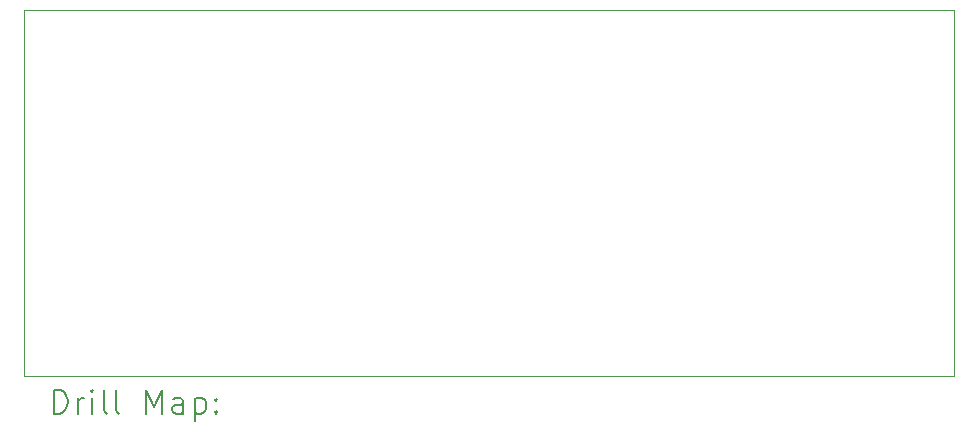
<source format=gbr>
%TF.GenerationSoftware,KiCad,Pcbnew,8.0.4*%
%TF.CreationDate,2024-09-09T14:33:11-07:00*%
%TF.ProjectId,Top_Board,546f705f-426f-4617-9264-2e6b69636164,0*%
%TF.SameCoordinates,Original*%
%TF.FileFunction,Drillmap*%
%TF.FilePolarity,Positive*%
%FSLAX45Y45*%
G04 Gerber Fmt 4.5, Leading zero omitted, Abs format (unit mm)*
G04 Created by KiCad (PCBNEW 8.0.4) date 2024-09-09 14:33:11*
%MOMM*%
%LPD*%
G01*
G04 APERTURE LIST*
%ADD10C,0.100000*%
%ADD11C,0.200000*%
G04 APERTURE END LIST*
D10*
X11315922Y-7873955D02*
X19189922Y-7873955D01*
X19189922Y-10972800D01*
X11315922Y-10972800D01*
X11315922Y-7873955D01*
D11*
X11571699Y-11289284D02*
X11571699Y-11089284D01*
X11571699Y-11089284D02*
X11619318Y-11089284D01*
X11619318Y-11089284D02*
X11647889Y-11098808D01*
X11647889Y-11098808D02*
X11666937Y-11117855D01*
X11666937Y-11117855D02*
X11676460Y-11136903D01*
X11676460Y-11136903D02*
X11685984Y-11174998D01*
X11685984Y-11174998D02*
X11685984Y-11203569D01*
X11685984Y-11203569D02*
X11676460Y-11241665D01*
X11676460Y-11241665D02*
X11666937Y-11260712D01*
X11666937Y-11260712D02*
X11647889Y-11279760D01*
X11647889Y-11279760D02*
X11619318Y-11289284D01*
X11619318Y-11289284D02*
X11571699Y-11289284D01*
X11771699Y-11289284D02*
X11771699Y-11155950D01*
X11771699Y-11194046D02*
X11781222Y-11174998D01*
X11781222Y-11174998D02*
X11790746Y-11165474D01*
X11790746Y-11165474D02*
X11809794Y-11155950D01*
X11809794Y-11155950D02*
X11828841Y-11155950D01*
X11895508Y-11289284D02*
X11895508Y-11155950D01*
X11895508Y-11089284D02*
X11885984Y-11098808D01*
X11885984Y-11098808D02*
X11895508Y-11108331D01*
X11895508Y-11108331D02*
X11905032Y-11098808D01*
X11905032Y-11098808D02*
X11895508Y-11089284D01*
X11895508Y-11089284D02*
X11895508Y-11108331D01*
X12019318Y-11289284D02*
X12000270Y-11279760D01*
X12000270Y-11279760D02*
X11990746Y-11260712D01*
X11990746Y-11260712D02*
X11990746Y-11089284D01*
X12124079Y-11289284D02*
X12105032Y-11279760D01*
X12105032Y-11279760D02*
X12095508Y-11260712D01*
X12095508Y-11260712D02*
X12095508Y-11089284D01*
X12352651Y-11289284D02*
X12352651Y-11089284D01*
X12352651Y-11089284D02*
X12419318Y-11232141D01*
X12419318Y-11232141D02*
X12485984Y-11089284D01*
X12485984Y-11089284D02*
X12485984Y-11289284D01*
X12666937Y-11289284D02*
X12666937Y-11184522D01*
X12666937Y-11184522D02*
X12657413Y-11165474D01*
X12657413Y-11165474D02*
X12638365Y-11155950D01*
X12638365Y-11155950D02*
X12600270Y-11155950D01*
X12600270Y-11155950D02*
X12581222Y-11165474D01*
X12666937Y-11279760D02*
X12647889Y-11289284D01*
X12647889Y-11289284D02*
X12600270Y-11289284D01*
X12600270Y-11289284D02*
X12581222Y-11279760D01*
X12581222Y-11279760D02*
X12571699Y-11260712D01*
X12571699Y-11260712D02*
X12571699Y-11241665D01*
X12571699Y-11241665D02*
X12581222Y-11222617D01*
X12581222Y-11222617D02*
X12600270Y-11213093D01*
X12600270Y-11213093D02*
X12647889Y-11213093D01*
X12647889Y-11213093D02*
X12666937Y-11203569D01*
X12762175Y-11155950D02*
X12762175Y-11355950D01*
X12762175Y-11165474D02*
X12781222Y-11155950D01*
X12781222Y-11155950D02*
X12819318Y-11155950D01*
X12819318Y-11155950D02*
X12838365Y-11165474D01*
X12838365Y-11165474D02*
X12847889Y-11174998D01*
X12847889Y-11174998D02*
X12857413Y-11194046D01*
X12857413Y-11194046D02*
X12857413Y-11251188D01*
X12857413Y-11251188D02*
X12847889Y-11270236D01*
X12847889Y-11270236D02*
X12838365Y-11279760D01*
X12838365Y-11279760D02*
X12819318Y-11289284D01*
X12819318Y-11289284D02*
X12781222Y-11289284D01*
X12781222Y-11289284D02*
X12762175Y-11279760D01*
X12943127Y-11270236D02*
X12952651Y-11279760D01*
X12952651Y-11279760D02*
X12943127Y-11289284D01*
X12943127Y-11289284D02*
X12933603Y-11279760D01*
X12933603Y-11279760D02*
X12943127Y-11270236D01*
X12943127Y-11270236D02*
X12943127Y-11289284D01*
X12943127Y-11165474D02*
X12952651Y-11174998D01*
X12952651Y-11174998D02*
X12943127Y-11184522D01*
X12943127Y-11184522D02*
X12933603Y-11174998D01*
X12933603Y-11174998D02*
X12943127Y-11165474D01*
X12943127Y-11165474D02*
X12943127Y-11184522D01*
M02*

</source>
